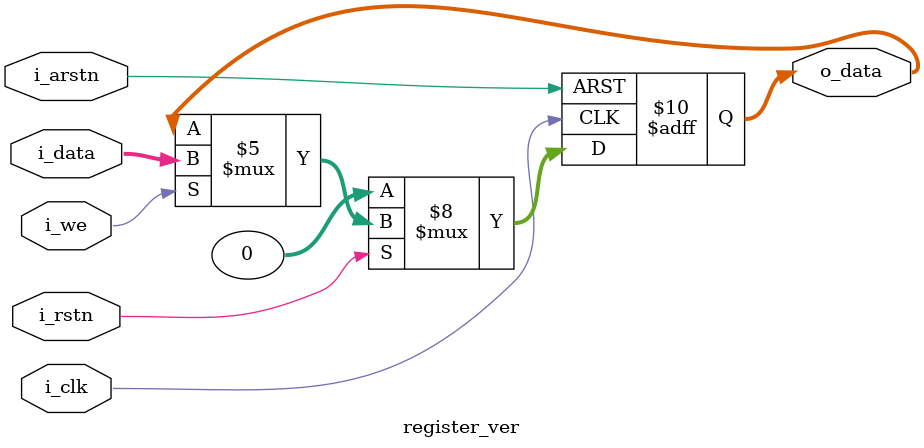
<source format=v>
`timescale 1ns/1ps
module register_ver(i_clk, i_arstn, i_rstn, i_we, i_data, o_data);

parameter WIDTH = 32;

//ports declaration
input i_clk;	//clock input
input i_arstn;	//async reset (active low)
input i_rstn;	//sync reset (active low)
input i_we;		//write enable
input [WIDTH-1:0] i_data;			//input data
output reg [WIDTH-1:0] o_data;	//output (@rising)

always @(posedge i_clk or negedge i_arstn) begin
	if (!i_arstn) begin
		o_data <= {WIDTH{1'b0}};
	end else if(!i_rstn) begin
		o_data <= {WIDTH{1'b0}};
	end else if (i_we) begin
		o_data <= i_data;
	end else begin
		o_data <= o_data;
	end
end

endmodule

</source>
